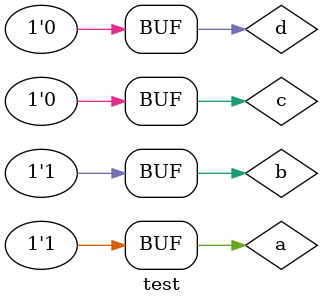
<source format=sv>
module test;
reg a,b,c,d;
initial
begin
a = 1;
#0 d = c;
end
initial
begin
b = 1;
c = 0;
end
endmodule

</source>
